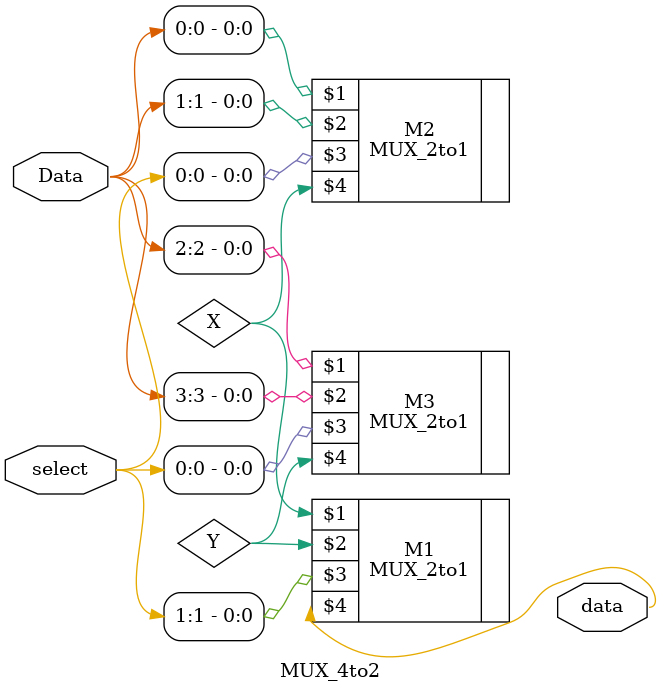
<source format=v>
module MUX_4to2(input [0:3] Data, input [1:0] select, output data );

	wire X, Y;
	//Combine with 3 MUX_2to1
	MUX_2to1 M1( X, Y, select[1], data );
	MUX_2to1 M2( Data[0], Data[1], select[0], X );
	MUX_2to1 M3( Data[2], Data[3], select[0], Y );
	
endmodule
</source>
